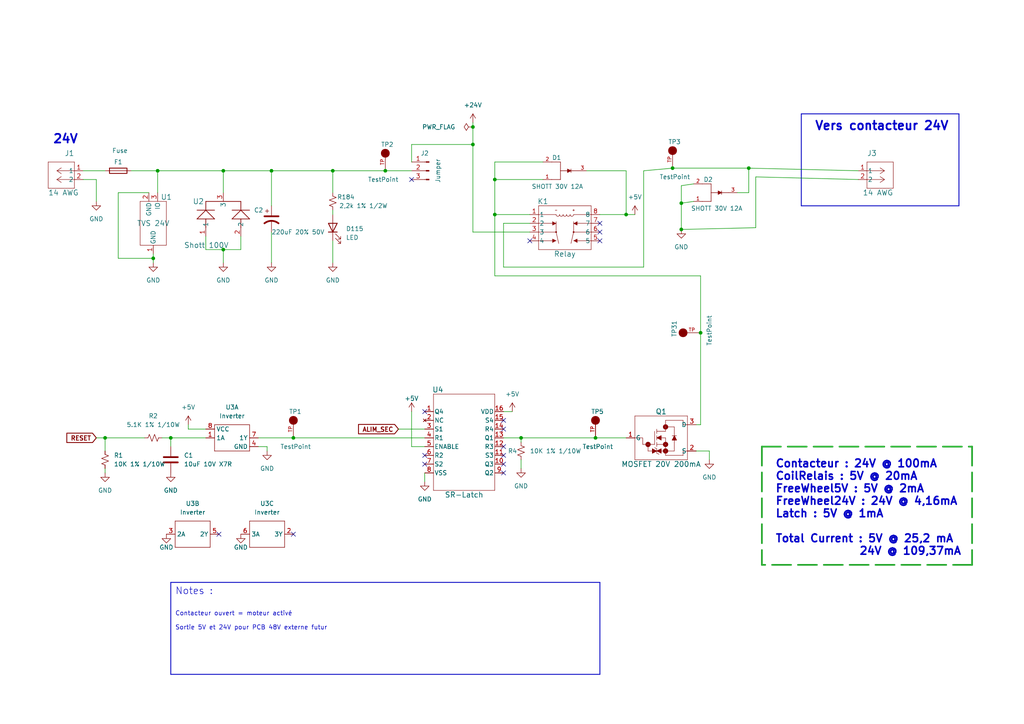
<source format=kicad_sch>
(kicad_sch (version 20211123) (generator eeschema)
  (paper "A4")
  (title_block (title "BUMBLEBEE") (date "2024-01-15") (rev "1.00") (company "ExoFlex") (comment 1 "Bumblebee"))
  (lib_symbols
    (symbol "Connector:Conn_01x03_Male" (pin_names (offset 1.016) hide)
      (property "Reference" "J" (at 0 5.08 0))
      (property "Value" "Conn_01x03_Male" (at 0 -5.08 0))
      (symbol "Conn_01x03_Male_1_1"
        (polyline (pts (xy 1.27 -2.54) (xy 0.8636 -2.54)) (stroke (width 0.1524)))
        (polyline (pts (xy 1.27 0) (xy 0.8636 0)) (stroke (width 0.1524)))
        (polyline (pts (xy 1.27 2.54) (xy 0.8636 2.54)) (stroke (width 0.1524)))
        (rectangle (start 0.8636 -2.413) (end 0 -2.667) (stroke (width 0.1524)) (fill (type outline)))
        (rectangle (start 0.8636 0.127) (end 0 -0.127) (stroke (width 0.1524)) (fill (type outline)))
        (rectangle (start 0.8636 2.667) (end 0 2.413) (stroke (width 0.1524)) (fill (type outline)))
        (pin passive line (at 5.08 2.54 180) (length 3.81) (name "Pin_1") (number "1"))
        (pin passive line (at 5.08 0 180) (length 3.81) (name "Pin_2") (number "2"))
        (pin passive line (at 5.08 -2.54 180) (length 3.81) (name "Pin_3") (number "3"))
      )
    )
    (symbol "Device:C" (pin_numbers hide) (pin_names (offset 0.254))
      (property "Reference" "C" (at 0.635 2.54 0))
      (property "Value" "C" (at 0.635 -2.54 0))
      (symbol "C_0_1"
        (polyline (pts (xy -2.032 -0.762) (xy 2.032 -0.762)) (stroke (width 0.508)))
        (polyline (pts (xy -2.032 0.762) (xy 2.032 0.762)) (stroke (width 0.508)))
      )
      (symbol "C_1_1"
        (pin passive line (at 0 3.81 270) (length 2.794) (name "~") (number "1"))
        (pin passive line (at 0 -3.81 90) (length 2.794) (name "~") (number "2"))
      )
    )
    (symbol "Device:C_Polarized_US" (pin_numbers hide) (pin_names (offset 0.254) hide)
      (property "Reference" "C" (at 0.635 2.54 0))
      (property "Value" "C_Polarized_US" (at 0.635 -2.54 0))
      (symbol "C_Polarized_US_0_1"
        (polyline (pts (xy -2.032 0.762) (xy 2.032 0.762)) (stroke (width 0.508)))
        (polyline (pts (xy -1.778 2.286) (xy -0.762 2.286)))
        (polyline (pts (xy -1.27 1.778) (xy -1.27 2.794)))
        (arc (start 2.032 -1.27) (mid 0 -0.5572) (end -2.032 -1.27) (stroke (width 0.508)))
      )
      (symbol "C_Polarized_US_1_1"
        (pin passive line (at 0 3.81 270) (length 2.794) (name "~") (number "1"))
        (pin passive line (at 0 -3.81 90) (length 3.302) (name "~") (number "2"))
      )
    )
    (symbol "Device:Fuse" (pin_numbers hide) (pin_names (offset 0))
      (property "Reference" "F" (at 2.032 0 90))
      (property "Value" "Fuse" (at -1.905 0 90))
      (symbol "Fuse_0_1"
        (rectangle (start -0.762 -2.54) (end 0.762 2.54) (stroke (width 0.254)))
        (polyline (pts (xy 0 2.54) (xy 0 -2.54)))
      )
      (symbol "Fuse_1_1"
        (pin passive line (at 0 3.81 270) (length 1.27) (name "~") (number "1"))
        (pin passive line (at 0 -3.81 90) (length 1.27) (name "~") (number "2"))
      )
    )
    (symbol "Device:LED" (pin_numbers hide) (pin_names (offset 1.016) hide)
      (property "Reference" "D" (at 0 2.54 0))
      (property "Value" "LED" (at 0 -2.54 0))
      (symbol "LED_0_1"
        (polyline (pts (xy -1.27 -1.27) (xy -1.27 1.27)) (stroke (width 0.254)))
        (polyline (pts (xy -1.27 0) (xy 1.27 0)))
        (polyline (pts (xy 1.27 -1.27) (xy 1.27 1.27) (xy -1.27 0) (xy 1.27 -1.27)) (stroke (width 0.254)))
        (polyline (pts (xy -3.048 -0.762) (xy -4.572 -2.286) (xy -3.81 -2.286) (xy -4.572 -2.286) (xy -4.572 -1.524)))
        (polyline (pts (xy -1.778 -0.762) (xy -3.302 -2.286) (xy -2.54 -2.286) (xy -3.302 -2.286) (xy -3.302 -1.524)))
      )
      (symbol "LED_1_1"
        (pin passive line (at -3.81 0 0) (length 2.54) (name "K") (number "1"))
        (pin passive line (at 3.81 0 180) (length 2.54) (name "A") (number "2"))
      )
    )
    (symbol "Device:R_Small_US" (pin_numbers hide) (pin_names (offset 0.254) hide)
      (property "Reference" "R" (at 0.762 0.508 0))
      (property "Value" "R_Small_US" (at 0.762 -1.016 0))
      (symbol "R_Small_US_1_1"
        (polyline (pts (xy 0 0) (xy 1.016 -0.381) (xy 0 -0.762) (xy -1.016 -1.143) (xy 0 -1.524)))
        (polyline (pts (xy 0 1.524) (xy 1.016 1.143) (xy 0 0.762) (xy -1.016 0.381) (xy 0 0)))
        (pin passive line (at 0 2.54 270) (length 1.016) (name "~") (number "1"))
        (pin passive line (at 0 -2.54 90) (length 1.016) (name "~") (number "2"))
      )
    )
    (symbol "SS12P2L-M3_86A_1" (pin_names (offset 1.016))
      (property "Reference" "D" (at -10.16 5.08 0))
      (property "Value" "SS12P2L-M3_86A_1" (at -10.16 -7.62 0))
      (symbol "SS12P2L-M3_86A_1_0_0"
        (polyline (pts (xy -2.54 -2.54) (xy -5.08 -2.54)) (stroke (width 0.1524)))
        (polyline (pts (xy -2.54 0) (xy -2.54 -2.54)) (stroke (width 0.1524)))
        (polyline (pts (xy -2.54 0) (xy -2.54 2.54)) (stroke (width 0.1524)))
        (polyline (pts (xy -2.54 0) (xy -0.508 0)) (stroke (width 0.1524)))
        (polyline (pts (xy -2.54 2.54) (xy -5.08 2.54)) (stroke (width 0.1524)))
        (polyline (pts (xy 0.508 -0.508) (xy 0.508 0.508)) (stroke (width 0.1524)))
        (polyline (pts (xy 0.508 0) (xy 2.54 0)) (stroke (width 0.1524)))
        (polyline (pts (xy -0.508 -0.508) (xy -0.508 0.508) (xy 0.508 0) (xy -0.508 -0.508)) (stroke (width 0.1524)) (fill (type outline)))
        (pin bidirectional line (at -7.62 -2.54 0) (length 2.54) (name "~") (number "1"))
        (pin bidirectional line (at -7.62 2.54 0) (length 2.54) (name "~") (number "2"))
        (pin bidirectional line (at 5.08 0 180) (length 2.54) (name "~") (number "3"))
      )
    )
    (symbol "SymLib:1729128" (pin_names (offset 0.254))
      (property "Reference" "J" (at 6.35 3.81 0))
      (property "Value" "1729128" (at 8.89 -6.35 0))
      (symbol "1729128_1_1"
        (polyline (pts (xy 5.08 -5.08) (xy 12.7 -5.08)) (stroke (width 0.127)))
        (polyline (pts (xy 5.08 2.54) (xy 5.08 -5.08)) (stroke (width 0.127)))
        (polyline (pts (xy 10.16 -2.54) (xy 5.08 -2.54)) (stroke (width 0.127)))
        (polyline (pts (xy 10.16 -2.54) (xy 8.89 -3.3867)) (stroke (width 0.127)))
        (polyline (pts (xy 10.16 -2.54) (xy 8.89 -1.6933)) (stroke (width 0.127)))
        (polyline (pts (xy 10.16 0) (xy 5.08 0)) (stroke (width 0.127)))
        (polyline (pts (xy 10.16 0) (xy 8.89 -0.8467)) (stroke (width 0.127)))
        (polyline (pts (xy 10.16 0) (xy 8.89 0.8467)) (stroke (width 0.127)))
        (polyline (pts (xy 12.7 -5.08) (xy 12.7 2.54)) (stroke (width 0.127)))
        (polyline (pts (xy 12.7 2.54) (xy 5.08 2.54)) (stroke (width 0.127)))
        (pin unspecified line (at 2.54 0 0) (length 2.54) (name "1") (number "1"))
        (pin unspecified line (at 2.54 -2.54 0) (length 2.54) (name "2") (number "2"))
      )
      (symbol "1729128_1_2"
        (polyline (pts (xy 5.08 -5.08) (xy 12.7 -5.08)) (stroke (width 0.127)))
        (polyline (pts (xy 5.08 2.54) (xy 5.08 -5.08)) (stroke (width 0.127)))
        (polyline (pts (xy 7.62 -2.54) (xy 5.08 -2.54)) (stroke (width 0.127)))
        (polyline (pts (xy 7.62 -2.54) (xy 8.89 -3.3867)) (stroke (width 0.127)))
        (polyline (pts (xy 7.62 -2.54) (xy 8.89 -1.6933)) (stroke (width 0.127)))
        (polyline (pts (xy 7.62 0) (xy 5.08 0)) (stroke (width 0.127)))
        (polyline (pts (xy 7.62 0) (xy 8.89 -0.8467)) (stroke (width 0.127)))
        (polyline (pts (xy 7.62 0) (xy 8.89 0.8467)) (stroke (width 0.127)))
        (polyline (pts (xy 12.7 -5.08) (xy 12.7 2.54)) (stroke (width 0.127)))
        (polyline (pts (xy 12.7 2.54) (xy 5.08 2.54)) (stroke (width 0.127)))
        (pin unspecified line (at 0 0 0) (length 5.08) (name "1") (number "1"))
        (pin unspecified line (at 0 -2.54 0) (length 5.08) (name "2") (number "2"))
      )
    )
    (symbol "SymLib:5005" (pin_names (offset 1.016))
      (property "Reference" "TP" (at -2.54 2.54 0))
      (property "Value" "5005" (at -2.54 -3.81 0))
      (symbol "5005_0_0"
        (circle (center 0 0) (radius 0.635) (stroke (width 1.27)))
        (pin passive line (at -5.08 0 0) (length 5.08) (name "~") (number "TP"))
      )
    )
    (symbol "SymLib:CD4044BPWR" (pin_names (offset 0.254))
      (property "Reference" "U" (at 8.89 6.35 0))
      (property "Value" "CD4044BPWR" (at 15.24 -24.13 0))
      (symbol "CD4044BPWR_0_1"
        (polyline (pts (xy 7.62 -22.86) (xy 25.4 -22.86)) (stroke (width 0.127)))
        (polyline (pts (xy 7.62 5.08) (xy 7.62 -22.86)) (stroke (width 0.127)))
        (polyline (pts (xy 25.4 -22.86) (xy 25.4 5.08)) (stroke (width 0.127)))
        (polyline (pts (xy 25.4 5.08) (xy 7.62 5.08)) (stroke (width 0.127)))
        (pin unspecified line (at 5.08 0 0) (length 2.54) (name "Q4") (number "1"))
        (pin unspecified line (at 27.94 -15.24 180) (length 2.54) (name "Q3") (number "10"))
        (pin unspecified line (at 27.94 -12.7 180) (length 2.54) (name "S3") (number "11"))
        (pin unspecified line (at 27.94 -10.16 180) (length 2.54) (name "R3") (number "12"))
        (pin unspecified line (at 27.94 -7.62 180) (length 2.54) (name "Q1") (number "13"))
        (pin unspecified line (at 27.94 -5.08 180) (length 2.54) (name "R4") (number "14"))
        (pin unspecified line (at 27.94 -2.54 180) (length 2.54) (name "S4") (number "15"))
        (pin bidirectional line (at 27.94 0 180) (length 2.54) (name "VDD") (number "16"))
        (pin no_connect line (at 5.08 -2.54 0) (length 2.54) (name "NC") (number "2"))
        (pin unspecified line (at 5.08 -5.08 0) (length 2.54) (name "S1") (number "3"))
        (pin unspecified line (at 5.08 -7.62 0) (length 2.54) (name "R1") (number "4"))
        (pin unspecified line (at 5.08 -10.16 0) (length 2.54) (name "ENABLE") (number "5"))
        (pin unspecified line (at 5.08 -12.7 0) (length 2.54) (name "R2") (number "6"))
        (pin unspecified line (at 5.08 -15.24 0) (length 2.54) (name "S2") (number "7"))
        (pin bidirectional line (at 5.08 -17.78 0) (length 2.54) (name "VSS") (number "8"))
        (pin unspecified line (at 27.94 -17.78 180) (length 2.54) (name "Q2") (number "9"))
      )
    )
    (symbol "SymLib:PTSM36ADBZR" (pin_names (offset 0.254))
      (property "Reference" "U" (at -5.08 5.08 0))
      (property "Value" "PTSM36ADBZR" (at 0 -5.08 0))
      (symbol "PTSM36ADBZR_0_1"
        (polyline (pts (xy -6.35 -3.81) (xy 6.35 -3.81)) (stroke (width 0.127)))
        (polyline (pts (xy -6.35 3.81) (xy -6.35 -3.81)) (stroke (width 0.127)))
        (polyline (pts (xy 6.35 -3.81) (xy 6.35 3.81)) (stroke (width 0.127)))
        (polyline (pts (xy 6.35 3.81) (xy -6.35 3.81)) (stroke (width 0.127)))
        (pin bidirectional line (at 8.89 0 180) (length 2.54) (name "GND") (number "1"))
        (pin bidirectional line (at -8.89 -1.27 0) (length 2.54) (name "GND") (number "2"))
        (pin bidirectional line (at -8.89 1.27 0) (length 2.54) (name "IO") (number "3"))
      )
    )
    (symbol "SymLib:RE1C002UNTCL" (pin_names (offset 0.254))
      (property "Reference" "Q1" (at 21.59 8.89 0))
      (property "Value" "RE1C002UNTCL" (at 21.59 -6.35 0))
      (symbol "RE1C002UNTCL_0_1"
        (polyline (pts (xy 13.97 -5.08) (xy 29.21 -5.08)) (stroke (width 0.127)))
        (polyline (pts (xy 13.97 7.62) (xy 13.97 -5.08)) (stroke (width 0.127)))
        (polyline (pts (xy 16.129 1.27) (xy 13.97 1.27)) (stroke (width 0.127)))
        (polyline (pts (xy 16.256 -0.635) (xy 16.256 1.27)) (stroke (width 0.127)))
        (polyline (pts (xy 17.78 -2.54) (xy 25.4 -2.54)) (stroke (width 0.127)))
        (polyline (pts (xy 17.78 -0.635) (xy 17.78 -2.54)) (stroke (width 0.127)))
        (polyline (pts (xy 19.05 -3.175) (xy 20.32 -2.54)) (stroke (width 0.127)))
        (polyline (pts (xy 19.05 -1.905) (xy 19.05 -3.175)) (stroke (width 0.127)))
        (polyline (pts (xy 19.685 -0.635) (xy 16.256 -0.635)) (stroke (width 0.127)))
        (polyline (pts (xy 19.685 3.175) (xy 19.685 -0.635)) (stroke (width 0.127)))
        (polyline (pts (xy 20.32 -3.175) (xy 20.955 -3.4925)) (stroke (width 0.127)))
        (polyline (pts (xy 20.32 -2.54) (xy 19.05 -1.905)) (stroke (width 0.127)))
        (polyline (pts (xy 20.32 -2.54) (xy 21.59 -1.905)) (stroke (width 0.127)))
        (polyline (pts (xy 20.32 -1.905) (xy 19.685 -1.5875)) (stroke (width 0.127)))
        (polyline (pts (xy 20.32 -1.905) (xy 20.32 -3.175)) (stroke (width 0.127)))
        (polyline (pts (xy 20.32 -0.635) (xy 22.86 -0.635)) (stroke (width 0.127)))
        (polyline (pts (xy 20.32 0) (xy 20.32 -1.27)) (stroke (width 0.127)))
        (polyline (pts (xy 20.32 1.27) (xy 21.59 1.905)) (stroke (width 0.127)))
        (polyline (pts (xy 20.32 1.905) (xy 20.32 0.635)) (stroke (width 0.127)))
        (polyline (pts (xy 20.32 2.54) (xy 20.32 3.81)) (stroke (width 0.127)))
        (polyline (pts (xy 20.32 3.175) (xy 22.86 3.175)) (stroke (width 0.127)))
        (polyline (pts (xy 21.59 -3.175) (xy 20.32 -2.54)) (stroke (width 0.127)))
        (polyline (pts (xy 21.59 -1.905) (xy 21.59 -3.175)) (stroke (width 0.127)))
        (polyline (pts (xy 21.59 0.635) (xy 20.32 1.27)) (stroke (width 0.127)))
        (polyline (pts (xy 21.59 1.905) (xy 21.59 0.635)) (stroke (width 0.127)))
        (polyline (pts (xy 22.86 1.27) (xy 20.32 1.27)) (stroke (width 0.127)))
        (polyline (pts (xy 22.86 1.27) (xy 22.86 -3.81)) (stroke (width 0.127)))
        (polyline (pts (xy 22.86 3.175) (xy 22.86 6.35)) (stroke (width 0.127)))
        (polyline (pts (xy 22.86 4.445) (xy 25.4 4.445)) (stroke (width 0.127)))
        (polyline (pts (xy 22.86 6.35) (xy 27.94 6.35)) (stroke (width 0.127)))
        (polyline (pts (xy 24.765 0.635) (xy 26.035 0.635)) (stroke (width 0.127)))
        (polyline (pts (xy 24.765 1.905) (xy 26.035 1.905)) (stroke (width 0.127)))
        (polyline (pts (xy 25.4 -2.54) (xy 25.4 4.445)) (stroke (width 0.127)))
        (polyline (pts (xy 25.4 1.905) (xy 24.765 0.635)) (stroke (width 0.127)))
        (polyline (pts (xy 26.035 0.635) (xy 25.4 1.905)) (stroke (width 0.127)))
        (polyline (pts (xy 27.94 -3.81) (xy 22.86 -3.81)) (stroke (width 0.127)))
        (polyline (pts (xy 27.94 -2.54) (xy 27.94 -3.81)) (stroke (width 0.127)))
        (polyline (pts (xy 27.94 5.08) (xy 29.21 5.08)) (stroke (width 0.127)))
        (polyline (pts (xy 27.94 6.35) (xy 27.94 5.08)) (stroke (width 0.127)))
        (polyline (pts (xy 29.21 -5.08) (xy 29.21 7.62)) (stroke (width 0.127)))
        (polyline (pts (xy 29.21 -2.54) (xy 27.94 -2.54)) (stroke (width 0.127)))
        (polyline (pts (xy 29.21 7.62) (xy 13.97 7.62)) (stroke (width 0.127)))
        (polyline (pts (xy 20.32 1.27) (xy 21.59 1.905) (xy 21.59 0.635)) (fill (type outline)))
        (polyline (pts (xy 24.765 0.635) (xy 26.035 0.635) (xy 25.4 1.905)) (fill (type outline)))
        (polyline (pts (xy 19.05 -1.905) (xy 19.05 -3.175) (xy 21.59 -1.905) (xy 21.59 -3.175)) (fill (type outline)))
        (circle (center 17.78 -0.635) (radius 0.127) (stroke (width 0.635)))
        (circle (center 22.86 -2.54) (radius 0.127) (stroke (width 0.635)))
        (circle (center 22.86 -0.635) (radius 0.127) (stroke (width 0.635)))
        (circle (center 22.86 4.445) (radius 0.127) (stroke (width 0.635)))
        (pin unspecified line (at 11.43 1.27 0) (length 2.54) (name "G") (number "1"))
        (pin unspecified line (at 31.75 -2.54 180) (length 2.54) (name "S") (number "2"))
        (pin unspecified line (at 31.75 5.08 180) (length 2.54) (name "D") (number "3"))
      )
    )
    (symbol "SymLib:SN74LVC3G14DCUT_V2"
      (property "Reference" "U" (at -3.81 5.08 0))
      (property "Value" "SN74LVC3G14DCUT_V2" (at 0 -5.08 0))
      (symbol "SN74LVC3G14DCUT_V2_0_1"
        (rectangle (start -5.08 -3.81) (end 5.08 -3.81))
        (rectangle (start -5.08 3.81) (end -5.08 -3.81))
        (rectangle (start -5.08 3.81) (end 5.08 3.81))
        (rectangle (start 5.08 3.81) (end 5.08 -3.81))
      )
      (symbol "SN74LVC3G14DCUT_V2_1_1"
        (pin bidirectional line (at -7.62 0 0) (length 2.54) (name "1A") (number "1"))
        (pin bidirectional line (at 7.62 -2.54 180) (length 2.54) (name "GND") (number "4"))
        (pin output line (at 7.62 0 180) (length 2.54) (name "1Y") (number "7"))
        (pin bidirectional line (at -7.62 2.54 0) (length 2.54) (name "VCC") (number "8"))
      )
      (symbol "SN74LVC3G14DCUT_V2_2_1"
        (pin bidirectional line (at -7.62 0 0) (length 2.54) (name "2A") (number "3"))
        (pin output line (at 7.62 0 180) (length 2.54) (name "2Y") (number "5"))
      )
      (symbol "SN74LVC3G14DCUT_V2_3_1"
        (pin output line (at 7.62 0 180) (length 2.54) (name "3Y") (number "2"))
        (pin bidirectional line (at -7.62 0 0) (length 2.54) (name "3A") (number "6"))
      )
    )
    (symbol "SymLib:SS12P2L-M3_86A" (pin_names (offset 1.016))
      (property "Reference" "D" (at -10.16 5.08 0))
      (property "Value" "SS12P2L-M3_86A" (at -10.16 -7.62 0))
      (symbol "SS12P2L-M3_86A_0_0"
        (polyline (pts (xy -2.54 -2.54) (xy -5.08 -2.54)) (stroke (width 0.1524)))
        (polyline (pts (xy -2.54 0) (xy -2.54 -2.54)) (stroke (width 0.1524)))
        (polyline (pts (xy -2.54 0) (xy -2.54 2.54)) (stroke (width 0.1524)))
        (polyline (pts (xy -2.54 0) (xy -0.508 0)) (stroke (width 0.1524)))
        (polyline (pts (xy -2.54 2.54) (xy -5.08 2.54)) (stroke (width 0.1524)))
        (polyline (pts (xy 0.508 -0.508) (xy 0.508 0.508)) (stroke (width 0.1524)))
        (polyline (pts (xy 0.508 0) (xy 2.54 0)) (stroke (width 0.1524)))
        (polyline (pts (xy -0.508 -0.508) (xy -0.508 0.508) (xy 0.508 0) (xy -0.508 -0.508)) (stroke (width 0.1524)) (fill (type outline)))
        (pin bidirectional line (at -7.62 -2.54 0) (length 2.54) (name "~") (number "1"))
        (pin bidirectional line (at -7.62 2.54 0) (length 2.54) (name "~") (number "2"))
        (pin bidirectional line (at 5.08 0 180) (length 2.54) (name "~") (number "3"))
      )
    )
    (symbol "SymLib:STPS20M100SG-TR" (pin_names (offset 0.254))
      (property "Reference" "U" (at 5.715 -15.24 0))
      (property "Value" "STPS20M100SG-TR" (at 5.715 -19.05 0))
      (symbol "STPS20M100SG-TR_0_1"
        (polyline (pts (xy 2.54 -10.16) (xy 5.08 -10.16)) (stroke (width 0.2032)))
        (polyline (pts (xy 2.54 0) (xy 5.08 0)) (stroke (width 0.2032)))
        (polyline (pts (xy 5.08 -12.7) (xy 5.08 -7.62)) (stroke (width 0.2032)))
        (polyline (pts (xy 5.08 -12.7) (xy 7.62 -10.16)) (stroke (width 0.2032)))
        (polyline (pts (xy 5.08 -7.62) (xy 7.62 -10.16)) (stroke (width 0.2032)))
        (polyline (pts (xy 5.08 -2.54) (xy 7.62 0)) (stroke (width 0.2032)))
        (polyline (pts (xy 5.08 2.54) (xy 5.08 -2.54)) (stroke (width 0.2032)))
        (polyline (pts (xy 5.08 2.54) (xy 7.62 0)) (stroke (width 0.2032)))
        (polyline (pts (xy 7.62 -12.7) (xy 7.62 -7.62)) (stroke (width 0.2032)))
        (polyline (pts (xy 7.62 2.54) (xy 7.62 -2.54)) (stroke (width 0.2032)))
        (polyline (pts (xy 10.16 -10.16) (xy 7.62 -10.16)) (stroke (width 0.2032)))
        (polyline (pts (xy 10.16 0) (xy 7.62 0)) (stroke (width 0.2032)))
        (polyline (pts (xy 10.16 0) (xy 10.16 -10.16)) (stroke (width 0.2032)))
        (pin unspecified line (at 0 0 0) (length 2.54) (name "1") (number "1"))
        (pin unspecified line (at 0 -10.16 0) (length 2.54) (name "2") (number "2"))
        (pin unspecified line (at 12.7 -5.08 180) (length 2.54) (name "3") (number "3"))
      )
    )
    (symbol "SymLib:UD2-5NU" (pin_names (offset 0.254))
      (property "Reference" "K" (at 8.89 3.81 0))
      (property "Value" "UD2-5NU" (at 12.7 -11.43 0))
      (symbol "UD2-5NU_0_1"
        (polyline (pts (xy 7.62 -10.16) (xy 22.86 -10.16)) (stroke (width 0.127)))
        (polyline (pts (xy 7.62 -7.62) (xy 12.192 -7.62)) (stroke (width 0.127)))
        (polyline (pts (xy 7.62 -5.08) (xy 12.7 -5.08)) (stroke (width 0.127)))
        (polyline (pts (xy 7.62 -2.54) (xy 12.192 -2.54)) (stroke (width 0.127)))
        (polyline (pts (xy 7.62 0) (xy 12.7 0)) (stroke (width 0.127)))
        (polyline (pts (xy 7.62 2.54) (xy 7.62 -10.16)) (stroke (width 0.127)))
        (polyline (pts (xy 12.446 1.27) (xy 12.954 1.27)) (stroke (width 0.127)))
        (polyline (pts (xy 12.7 -5.08) (xy 12.7 -2.032)) (stroke (width 0.127)))
        (polyline (pts (xy 12.7 -5.08) (xy 13.462 -8.382)) (stroke (width 0.127)))
        (polyline (pts (xy 17.526 1.27) (xy 18.034 1.27)) (stroke (width 0.127)))
        (polyline (pts (xy 17.78 -5.08) (xy 17.018 -8.382)) (stroke (width 0.127)))
        (polyline (pts (xy 17.78 -5.08) (xy 17.78 -2.032)) (stroke (width 0.127)))
        (polyline (pts (xy 17.78 0) (xy 22.86 0)) (stroke (width 0.127)))
        (polyline (pts (xy 17.78 1.524) (xy 17.78 1.016)) (stroke (width 0.127)))
        (polyline (pts (xy 22.86 -10.16) (xy 22.86 2.54)) (stroke (width 0.127)))
        (polyline (pts (xy 22.86 -7.62) (xy 18.288 -7.62)) (stroke (width 0.127)))
        (polyline (pts (xy 22.86 -5.08) (xy 17.78 -5.08)) (stroke (width 0.127)))
        (polyline (pts (xy 22.86 -2.54) (xy 18.288 -2.54)) (stroke (width 0.127)))
        (polyline (pts (xy 22.86 2.54) (xy 7.62 2.54)) (stroke (width 0.127)))
        (polyline (pts (xy 12.7 -7.62) (xy 11.684 -7.112) (xy 11.684 -8.128)) (fill (type outline)))
        (polyline (pts (xy 12.7 -2.54) (xy 11.684 -3.048) (xy 11.684 -2.032)) (fill (type outline)))
        (polyline (pts (xy 17.78 -7.62) (xy 18.796 -7.112) (xy 18.796 -8.128)) (fill (type outline)))
        (polyline (pts (xy 17.78 -2.54) (xy 18.796 -3.048) (xy 18.796 -2.032)) (fill (type outline)))
        (circle (center 12.7 -5.08) (radius 0.127) (stroke (width 0.254)))
        (arc (start 12.7 0) (mid 13.208 -0.508) (end 13.716 0) (stroke (width 0.127)))
        (arc (start 13.716 0) (mid 14.224 -0.508) (end 14.732 0) (stroke (width 0.127)))
        (arc (start 14.732 0) (mid 15.24 -0.508) (end 15.748 0) (stroke (width 0.127)))
        (arc (start 15.748 0) (mid 16.256 -0.508) (end 16.764 0) (stroke (width 0.127)))
        (arc (start 16.764 0) (mid 17.272 -0.508) (end 17.78 0) (stroke (width 0.127)))
        (circle (center 17.78 -5.08) (radius 0.127) (stroke (width 0.254)))
        (pin unspecified line (at 5.08 0 0) (length 2.54) (name "1") (number "1"))
        (pin bidirectional line (at 5.08 -2.54 0) (length 2.54) (name "2") (number "2"))
        (pin bidirectional line (at 5.08 -5.08 0) (length 2.54) (name "3") (number "3"))
        (pin bidirectional line (at 5.08 -7.62 0) (length 2.54) (name "4") (number "4"))
        (pin unspecified line (at 25.4 -7.62 180) (length 2.54) (name "5") (number "5"))
        (pin unspecified line (at 25.4 -5.08 180) (length 2.54) (name "6") (number "6"))
        (pin unspecified line (at 25.4 -2.54 180) (length 2.54) (name "7") (number "7"))
        (pin unspecified line (at 25.4 0 180) (length 2.54) (name "8") (number "8"))
      )
    )
    (symbol "power:+24V" (power) (pin_names (offset 0))
      (property "Value" "+24V" (at 0 3.556 0))
      (symbol "+24V_0_1"
        (polyline (pts (xy -0.762 1.27) (xy 0 2.54)))
        (polyline (pts (xy 0 0) (xy 0 2.54)))
        (polyline (pts (xy 0 2.54) (xy 0.762 1.27)))
      )
      (symbol "+24V_1_1"
        (pin power_in line (at 0 0 90) (length 0) hide (name "+24V") (number "1"))
      )
    )
    (symbol "power:+5V" (power) (pin_names (offset 0))
      (property "Value" "+5V" (at 0 3.556 0))
      (symbol "+5V_0_1"
        (polyline (pts (xy -0.762 1.27) (xy 0 2.54)))
        (polyline (pts (xy 0 0) (xy 0 2.54)))
        (polyline (pts (xy 0 2.54) (xy 0.762 1.27)))
      )
      (symbol "+5V_1_1"
        (pin power_in line (at 0 0 90) (length 0) hide (name "+5V") (number "1"))
      )
    )
    (symbol "power:GND" (power) (pin_names (offset 0))
      (property "Value" "GND" (at 0 -3.81 0))
      (symbol "GND_0_1"
        (polyline (pts (xy 0 0) (xy 0 -1.27) (xy 1.27 -1.27) (xy 0 -2.54) (xy -1.27 -1.27) (xy 0 -1.27)))
      )
      (symbol "GND_1_1"
        (pin power_in line (at 0 0 270) (length 0) hide (name "GND") (number "1"))
      )
    )
    (symbol "power:PWR_FLAG" (power) (pin_numbers hide) (pin_names (offset 0) hide)
      (property "Value" "PWR_FLAG" (at 0 3.81 0))
      (symbol "PWR_FLAG_0_0"
        (pin power_out line (at 0 0 90) (length 0) (name "pwr") (number "1"))
      )
      (symbol "PWR_FLAG_0_1"
        (polyline (pts (xy 0 0) (xy 0 1.27) (xy -1.016 1.905) (xy 0 2.54) (xy 1.016 1.905) (xy 0 1.27)))
      )
    )
  )
  (junction (at 64.77 72.39))
  (junction (at 44.45 74.93))
  (junction (at 143.51 62.23))
  (junction (at 96.52 49.53))
  (junction (at 30.48 127))
  (junction (at 197.612 58.928))
  (junction (at 203.2 96.52))
  (junction (at 137.16 41.91))
  (junction (at 64.77 49.53))
  (junction (at 172.72 127))
  (junction (at 85.09 127))
  (junction (at 111.76 49.53))
  (junction (at 49.53 127))
  (junction (at 45.72 49.53))
  (junction (at 195.072 48.768))
  (junction (at 137.16 36.83))
  (junction (at 217.17 48.768))
  (junction (at 78.74 49.53))
  (junction (at 197.612 66.548))
  (junction (at 143.51 52.07))
  (junction (at 151.13 127))
  (junction (at 181.61 62.23))
  (no_connect (at 85.09 154.94))
  (no_connect (at 123.19 119.38))
  (no_connect (at 119.38 52.07))
  (no_connect (at 63.5 154.94))
  (no_connect (at 123.19 134.62))
  (no_connect (at 146.05 132.08))
  (no_connect (at 123.19 132.08))
  (no_connect (at 146.05 137.16))
  (no_connect (at 146.05 134.62))
  (no_connect (at 173.99 64.77))
  (no_connect (at 153.67 69.85))
  (no_connect (at 146.05 129.54))
  (no_connect (at 173.99 67.31))
  (no_connect (at 173.99 69.85))
  (no_connect (at 146.05 121.92))
  (no_connect (at 146.05 124.46))
  (wire (pts (xy 115.57 124.46) (xy 123.19 124.46)))
  (wire (pts (xy 197.612 58.928) (xy 197.612 66.548)))
  (wire (pts (xy 213.868 55.88) (xy 217.17 55.88)))
  (wire (pts (xy 85.09 127) (xy 123.19 127)))
  (polyline (pts (xy 278.13 59.69) (xy 232.41 59.69)) (stroke (width 0.25) (type solid)))
  (wire (pts (xy 45.72 55.88) (xy 45.72 49.53)))
  (wire (pts (xy 201.93 130.81) (xy 205.74 130.81)))
  (wire (pts (xy 77.47 130.81) (xy 77.47 129.54)))
  (wire (pts (xy 96.52 60.96) (xy 96.52 62.23)))
  (wire (pts (xy 143.51 62.23) (xy 143.51 80.01)))
  (wire (pts (xy 170.18 49.53) (xy 181.61 49.53)))
  (wire (pts (xy 157.48 52.07) (xy 143.51 52.07)))
  (wire (pts (xy 27.94 52.07) (xy 27.94 58.42)))
  (wire (pts (xy 64.77 55.88) (xy 64.77 49.53)))
  (wire (pts (xy 217.17 48.768) (xy 248.92 49.53)))
  (wire (pts (xy 186.69 49.53) (xy 195.072 48.768)))
  (wire (pts (xy 172.72 127) (xy 181.61 127)))
  (wire (pts (xy 30.48 135.89) (xy 30.48 137.16)))
  (wire (pts (xy 143.51 62.23) (xy 153.67 62.23)))
  (wire (pts (xy 59.69 68.58) (xy 59.69 72.39)))
  (wire (pts (xy 146.05 77.47) (xy 186.69 77.47)))
  (polyline (pts (xy 281.94 163.83) (xy 220.98 163.83)) (stroke (width 0.5) (type dash) (color 37 168 45 1)))
  (wire (pts (xy 30.48 127) (xy 41.91 127)))
  (wire (pts (xy 143.51 46.99) (xy 143.51 52.07)))
  (wire (pts (xy 45.72 49.53) (xy 38.1 49.53)))
  (polyline (pts (xy 220.98 129.54) (xy 281.94 129.54)) (stroke (width 0.5) (type dash) (color 37 168 45 1)))
  (wire (pts (xy 74.93 127) (xy 85.09 127)))
  (wire (pts (xy 197.612 53.848) (xy 197.612 58.928)))
  (wire (pts (xy 203.2 80.01) (xy 203.2 96.52)))
  (wire (pts (xy 205.74 130.81) (xy 205.74 133.35)))
  (wire (pts (xy 151.13 127) (xy 146.05 127)))
  (polyline (pts (xy 281.94 129.54) (xy 281.94 163.83)) (stroke (width 0.5) (type dash) (color 37 168 45 1)))
  (wire (pts (xy 34.29 55.88) (xy 34.29 74.93)))
  (polyline (pts (xy 49.53 168.91) (xy 173.99 168.91)) (stroke (width 0.25) (type solid)))
  (wire (pts (xy 219.202 66.04) (xy 197.612 66.548)))
  (wire (pts (xy 96.52 69.85) (xy 96.52 76.2)))
  (wire (pts (xy 78.74 67.31) (xy 78.74 76.2)))
  (wire (pts (xy 27.94 127) (xy 30.48 127)))
  (wire (pts (xy 217.17 55.88) (xy 217.17 48.768)))
  (wire (pts (xy 195.072 48.768) (xy 217.17 48.768)))
  (wire (pts (xy 111.76 49.53) (xy 119.38 49.53)))
  (wire (pts (xy 201.168 58.42) (xy 197.612 58.928)))
  (wire (pts (xy 49.53 127) (xy 49.53 129.54)))
  (wire (pts (xy 64.77 49.53) (xy 78.74 49.53)))
  (wire (pts (xy 96.52 49.53) (xy 96.52 55.88)))
  (wire (pts (xy 203.2 96.52) (xy 203.2 123.19)))
  (wire (pts (xy 151.13 133.35) (xy 151.13 135.89)))
  (wire (pts (xy 43.18 55.88) (xy 34.29 55.88)))
  (wire (pts (xy 203.2 123.19) (xy 201.93 123.19)))
  (wire (pts (xy 219.202 51.308) (xy 219.202 66.04)))
  (wire (pts (xy 78.74 49.53) (xy 96.52 49.53)))
  (wire (pts (xy 137.16 67.31) (xy 153.67 67.31)))
  (wire (pts (xy 137.16 36.83) (xy 137.16 41.91)))
  (wire (pts (xy 45.72 49.53) (xy 64.77 49.53)))
  (wire (pts (xy 119.38 129.54) (xy 119.38 119.38)))
  (polyline (pts (xy 232.41 33.02) (xy 278.13 33.02)) (stroke (width 0.25) (type solid)))
  (wire (pts (xy 219.202 51.308) (xy 248.92 52.07)))
  (wire (pts (xy 123.19 129.54) (xy 119.38 129.54)))
  (polyline (pts (xy 232.41 33.02) (xy 232.41 59.69)) (stroke (width 0.25) (type solid)))
  (wire (pts (xy 157.48 46.99) (xy 143.51 46.99)))
  (polyline (pts (xy 173.99 168.91) (xy 173.99 195.58)) (stroke (width 0.25) (type solid)))
  (polyline (pts (xy 49.53 168.91) (xy 49.53 195.58)) (stroke (width 0.25) (type solid)))
  (wire (pts (xy 49.53 127) (xy 59.69 127)))
  (wire (pts (xy 181.61 49.53) (xy 181.61 62.23)))
  (polyline (pts (xy 220.98 129.54) (xy 220.98 163.83)) (stroke (width 0.5) (type dash) (color 37 168 45 1)))
  (wire (pts (xy 123.19 137.16) (xy 123.19 139.7)))
  (wire (pts (xy 46.99 127) (xy 49.53 127)))
  (wire (pts (xy 151.13 127) (xy 151.13 128.27)))
  (wire (pts (xy 146.05 64.77) (xy 153.67 64.77)))
  (wire (pts (xy 143.51 80.01) (xy 203.2 80.01)))
  (wire (pts (xy 146.05 119.38) (xy 148.59 119.38)))
  (wire (pts (xy 34.29 74.93) (xy 44.45 74.93)))
  (wire (pts (xy 69.85 68.58) (xy 69.85 72.39)))
  (wire (pts (xy 59.69 72.39) (xy 64.77 72.39)))
  (wire (pts (xy 96.52 49.53) (xy 111.76 49.53)))
  (wire (pts (xy 78.74 59.69) (xy 78.74 49.53)))
  (wire (pts (xy 24.13 49.53) (xy 30.48 49.53)))
  (wire (pts (xy 146.05 64.77) (xy 146.05 77.47)))
  (wire (pts (xy 44.45 74.93) (xy 44.45 73.66)))
  (wire (pts (xy 137.16 41.91) (xy 137.16 67.31)))
  (wire (pts (xy 54.61 124.46) (xy 54.61 123.19)))
  (wire (pts (xy 77.47 129.54) (xy 74.93 129.54)))
  (wire (pts (xy 44.45 76.2) (xy 44.45 74.93)))
  (wire (pts (xy 137.16 35.56) (xy 137.16 36.83)))
  (wire (pts (xy 143.51 52.07) (xy 143.51 62.23)))
  (wire (pts (xy 64.77 76.2) (xy 64.77 72.39)))
  (wire (pts (xy 30.48 127) (xy 30.48 130.81)))
  (wire (pts (xy 186.69 77.47) (xy 186.69 49.53)))
  (wire (pts (xy 181.61 62.23) (xy 184.15 62.23)))
  (wire (pts (xy 69.85 72.39) (xy 64.77 72.39)))
  (wire (pts (xy 201.168 53.34) (xy 197.612 53.848)))
  (polyline (pts (xy 173.99 195.58) (xy 49.53 195.58)) (stroke (width 0.25) (type solid)))
  (wire (pts (xy 119.38 46.99) (xy 119.38 41.91)))
  (wire (pts (xy 24.13 52.07) (xy 27.94 52.07)))
  (wire (pts (xy 59.69 124.46) (xy 54.61 124.46)))
  (wire (pts (xy 119.38 41.91) (xy 137.16 41.91)))
  (wire (pts (xy 151.13 127) (xy 172.72 127)))
  (wire (pts (xy 173.99 62.23) (xy 181.61 62.23)))
  (polyline (pts (xy 278.13 33.02) (xy 278.13 59.69)) (stroke (width 0.25) (type solid)))
  (text "Contacteur ouvert = moteur activé\n\nSortie 5V et 24V pour PCB 48V externe futur\n" (at 50.8 182.88 0) (effects (font (size 1.27 1.27)) (justify left bottom)))
  (text "Notes :" (at 50.8 172.72 0) (effects (font (size 2 2)) (justify left bottom)))
  (text "24V" (at 15.24 41.91 0) (effects (font (size 2.5 2.5) (thickness 0.5) bold) (justify left bottom)))
  (text "Vers contacteur 24V" (at 236.22 38.1 0) (effects (font (size 2.5 2.5) (thickness 0.5) bold) (justify left bottom)))
  (text "Contacteur : 24V @ 100mA\nCoilRelais : 5V @ 20mA\nFreeWheel5V : 5V @ 2mA\nFreeWheel24V : 24V @ 4,16mA\nLatch : 5V @ 1mA\n\nTotal Current : 5V @ 25,2 mA\n		    24V @ 109,37mA" (at 224.79 161.29 0) (effects (font (size 2.25 2.25) (thickness 0.45) bold) (justify left bottom)))
  (global_label "ALIM_SEC" (shape input) (at 115.57 124.46 180) (effects (font (thickness 0.254) bold)) (property "Intersheet References" "${INTERSHEET_REFS}" (effects hide)))
  (global_label "RESET" (shape input) (at 27.94 127 180) (effects (font (thickness 0.254) bold)) (property "Intersheet References" "${INTERSHEET_REFS}" (effects hide)))
  (symbol (lib_id "power:GND") (at 49.53 137.16 0) (unit 1)
    (property "Reference" "#PWR04" (effects hide))
    (property "Value" "GND" (at 49.53 142.24 0))
  )
  (symbol (lib_id "power:+24V") (at 137.16 35.56 0) (unit 1)
    (property "Reference" "#PWR012" (effects hide))
    (property "Value" "+24V" (at 137.16 30.48 0))
  )
  (symbol (lib_id "power:GND") (at 69.85 154.94 0) (unit 1)
    (property "Reference" "#PWR031" (effects hide))
    (property "Value" "GND" (at 69.85 158.75 0))
  )
  (symbol (lib_id "Device:Fuse") (at 34.29 49.53 90) (unit 1)
    (property "Reference" "F1" (at 34.29 46.99 90))
    (property "Value" "Fuse" (at 34.798 43.688 90))
    (property "Footprint" "FootPrint:696108003002" (effects hide))
    (property "DESCRIPTION" "Fuse Block 20 A 250V 1 Circuit Cartridge Through Hole" (effects hide))
    (property "MANUFACTURER" "Würth Elektronik" (effects hide))
    (property "NOTES" "USE WITH 0034.1508" (effects hide))
    (property "PACKAGE" "5mm x 20mm" (effects hide))
    (property "PART NUMBER" "696108003002" (effects hide))
    (property "TYPE" "Through Hole" (effects hide))
  )
  (symbol (lib_id "SymLib:5005") (at 195.072 43.688 90) (unit 1)
    (property "Reference" "TP3" (at 193.802 41.148 90) (effects (justify right)))
    (property "Value" "TestPoint" (at 191.262 51.308 90) (effects (justify right)))
    (property "Footprint" "FootPrint:KEYSTONE_5005" (effects hide))
    (property "MF" "Keystone Electronics" (effects hide))
    (property "DESCRIPTION" "PC TEST POINT COMPACT RED" (effects hide))
    (property "PACKAGE" "0.125\" Dia x 0.220\" L " (effects hide))
    (property "PRICE" "None" (effects hide))
    (property "MP" "5005" (effects hide))
    (property "AVAILABILITY" "In Stock" (effects hide))
    (property "MANUFACTURER" "Keystone Electronics" (effects hide))
    (property "PART NUMBER" "5005" (effects hide))
    (property "TYPE" "Through Hole" (effects hide))
    (property "NOTES" "DO NOT POPULATE" (effects hide))
  )
  (symbol (lib_id "power:GND") (at 27.94 58.42 0) (unit 1)
    (property "Reference" "#PWR01" (effects hide))
    (property "Value" "GND" (at 27.94 63.5 0))
  )
  (symbol (lib_id "SymLib:CD4044BPWR") (at 118.11 119.38 0) (unit 1)
    (property "Reference" "U4" (at 127 113.03 0) (effects (font (size 1.524 1.524))))
    (property "Value" "SR-Latch" (at 134.62 143.51 0) (effects (font (size 1.524 1.524))))
    (property "Footprint" "FootPrint:CD4044BPWR" (effects hide))
    (property "Datasheet" "CD4044BPWR" (effects hide))
    (property "DESCRIPTION" "S-R Latch 4 Channel 1:1 IC Tri-State 16-TSSOP" (effects hide))
    (property "MANUFACTURER" "Texas Instruments" (effects hide))
    (property "PACKAGE" "16-TSSOP (0.173\", 4.40mm Width)" (effects hide))
    (property "PART NUMBER" "CD4044BPWR" (effects hide))
    (property "TYPE" "SMD" (effects hide))
  )
  (symbol (lib_id "SymLib:PTSM36ADBZR") (at 44.45 64.77 270) (unit 1)
    (property "Reference" "U1" (at 48.26 57.15 90) (effects (font (size 1.524 1.524))))
    (property "Value" "TVS 24V" (at 44.45 64.77 90) (effects (font (size 1.524 1.524))))
    (property "Footprint" "FootPrint:SOT-23-3_DBZ_TEX" (effects hide))
    (property "DESCRIPTION" "57V (Typ) Clamp 41A (8/20µs) Ipp Tvs Diode Surface Mount SOT-23-3" (effects hide))
    (property "MANUFACTURER" "Texas Instruments" (effects hide))
    (property "PACKAGE" "SOT-23-3" (effects hide))
    (property "PART NUMBER" "TSM36ADBZR" (effects hide))
    (property "TYPE" "SMD" (effects hide))
  )
  (symbol (lib_id "power:GND") (at 205.74 133.35 0) (unit 1)
    (property "Reference" "#PWR017" (effects hide))
    (property "Value" "GND" (at 205.74 138.43 0))
  )
  (symbol (lib_id "power:GND") (at 96.52 76.2 0) (unit 1)
    (property "Reference" "#PWR0160" (effects hide))
    (property "Value" "GND" (at 96.52 81.28 0))
  )
  (symbol (lib_id "SymLib:5005") (at 198.12 96.52 180) (unit 1)
    (property "Reference" "TP31" (at 195.58 97.79 90) (effects (justify right)))
    (property "Value" "TestPoint" (at 205.74 100.33 90) (effects (justify right)))
    (property "Footprint" "FootPrint:KEYSTONE_5005" (effects hide))
    (property "MF" "Keystone Electronics" (effects hide))
    (property "DESCRIPTION" "PC TEST POINT COMPACT RED" (effects hide))
    (property "PACKAGE" "0.125\" Dia x 0.220\" L " (effects hide))
    (property "PRICE" "None" (effects hide))
    (property "MP" "5005" (effects hide))
    (property "AVAILABILITY" "In Stock" (effects hide))
    (property "MANUFACTURER" "Keystone Electronics" (effects hide))
    (property "PART NUMBER" "5005" (effects hide))
    (property "TYPE" "Through Hole" (effects hide))
    (property "NOTES" "DO NOT POPULATE" (effects hide))
  )
  (symbol (lib_id "power:+5V") (at 119.38 119.38 0) (unit 1)
    (property "Reference" "#PWR010" (effects hide))
    (property "Value" "+5V" (at 119.38 115.57 0))
  )
  (symbol (lib_id "power:PWR_FLAG") (at 137.16 36.83 90) (unit 1)
    (property "Reference" "#FLG01" (effects hide))
    (property "Value" "PWR_FLAG" (at 132.08 36.83 90) (effects (justify left)))
  )
  (symbol (lib_id "SymLib:UD2-5NU") (at 148.59 62.23 0) (unit 1)
    (property "Reference" "K1" (at 157.48 58.42 0) (effects (font (size 1.524 1.524))))
    (property "Value" "Relay" (at 163.83 73.66 0) (effects (font (size 1.524 1.524))))
    (property "Footprint" "FootPrint:UD2_NU_KEM-L" (effects hide))
    (property "Datasheet" "UD2-5NU" (effects hide))
    (property "DESCRIPTION" "General Purpose Relay DPDT (2 Form C) Surface Mount" (effects hide))
    (property "MANUFACTURER" "KEMET" (effects hide))
    (property "PACKAGE" "DPDT (2 Form C)" (effects hide))
    (property "PART NUMBER" "UD2-5NU" (effects hide))
    (property "TYPE" "SMD" (effects hide))
  )
  (symbol (lib_id "Device:LED") (at 96.52 66.04 90) (unit 1)
    (property "Reference" "D115" (at 100.33 66.3574 90) (effects (justify right)))
    (property "Value" "LED" (at 100.33 68.8974 90) (effects (justify right)))
    (property "Footprint" "FootPrintLib:WL-SMCW_0603" (effects hide))
    (property "DESCRIPTION" "Red 625nm LED Indication - Discrete 2V 0603 (1608 Metric)" (effects hide))
    (property "MANUFACTURER" "Würth Elektronik" (effects hide))
    (property "PACKAGE" "0603 (1608 Metric)" (effects hide))
    (property "PART NUMBER" "150060RS75000" (effects hide))
    (property "TYPE" "SMD" (effects hide))
  )
  (symbol (lib_id "SymLib:SN74LVC3G14DCUT_V2") (at 77.47 154.94 0) (unit 3)
    (property "Reference" "U3" (at 77.47 146.05 0))
    (property "Value" "Inverter" (at 77.47 148.59 0))
    (property "Footprint" "FootPrint:SN74LVC3G14DCUT" (effects hide))
    (property "DESCRIPTION" "Inverter IC 3 Channel Schmitt Trigger 8-VSSOP" (effects hide))
    (property "MANUFACTURER" "Texas Instruments" (effects hide))
    (property "PACKAGE" "8-VFSOP (0.091\", 2.30mm Width)" (effects hide))
    (property "PART NUMBER" "SN74LVC3G14DCUT" (effects hide))
    (property "TYPE" "SMD" (effects hide))
  )
  (symbol (lib_id "SymLib:1729128") (at 246.38 49.53 0) (unit 1)
    (property "Reference" "J3" (at 251.46 44.45 0) (effects (font (size 1.524 1.524)) (justify left)))
    (property "Value" "14 AWG" (at 250.19 55.88 0) (effects (font (size 1.524 1.524)) (justify left)))
    (property "Footprint" "FootPrintLib:PHOENIX_1755736" (effects hide))
    (property "Datasheet" "1755736" (effects hide))
    (property "DESCRIPTION" "2 Position Terminal Block Header, Male Pins, Shrouded (4 Side) 0.200\" (5.08mm) Vertical Through Hole" (effects hide))
    (property "MANUFACTURER" "Phoenix Contact" (effects hide))
    (property "PACKAGE" "2 POS 0.200\" (5.08mm)" (effects hide))
    (property "PART NUMBER" "1755736" (effects hide))
    (property "TYPE" "Through Hole" (effects hide))
  )
  (symbol (lib_id "SymLib:SN74LVC3G14DCUT_V2") (at 67.31 127 0) (unit 1)
    (property "Reference" "U3" (at 67.31 118.11 0))
    (property "Value" "Inverter" (at 67.31 120.65 0))
    (property "Footprint" "FootPrint:SN74LVC3G14DCUT" (effects hide))
    (property "DESCRIPTION" "Inverter IC 3 Channel Schmitt Trigger 8-VSSOP" (effects hide))
    (property "MANUFACTURER" "Texas Instruments" (effects hide))
    (property "PACKAGE" "8-VFSOP (0.091\", 2.30mm Width)" (effects hide))
    (property "PART NUMBER" "SN74LVC3G14DCUT" (effects hide))
    (property "TYPE" "SMD" (effects hide))
  )
  (symbol (lib_id "power:+5V") (at 148.59 119.38 0) (unit 1)
    (property "Reference" "#PWR013" (effects hide))
    (property "Value" "+5V" (at 148.59 114.3 0))
  )
  (symbol (lib_id "SymLib:SS12P2L-M3_86A") (at 208.788 55.88 0) (unit 1)
    (property "Reference" "D2" (at 206.756 52.07 0) (effects (justify right)))
    (property "Value" "SHOTT 30V 12A" (at 215.392 60.452 0) (effects (justify right)))
    (property "Footprint" "FootPrint:DIO_SS12P2L-M3_86A" (effects hide))
    (property "STANDARD" "Manufacturer Recommendations" (effects hide))
    (property "MANUFACTURER" "Vishay General Semiconductor - Diodes Division" (effects hide))
    (property "PACKAGE" "TO-277, 3-PowerDFN" (effects hide))
    (property "PART NUMBER" "SS12P3L-M3/86A" (effects hide))
    (property "TYPE" "SMD" (effects hide))
    (property "DESCRIPTION" "Diode 30 V 12A Surface Mount TO-277A (SMPC)" (effects hide))
  )
  (symbol (lib_id "Device:R_Small_US") (at 96.52 58.42 180) (unit 1)
    (property "Reference" "R184" (at 100.33 57.15 0))
    (property "Value" "2,2k 1% 1/2W" (at 105.41 59.69 0))
    (property "Footprint" "Resistor_SMD:R_0805_2012Metric" (effects hide))
    (property "MANUFACTURER" "Panasonic Electronic Components" (effects hide))
    (property "PACKAGE" "0805 (2012 Metric)" (effects hide))
    (property "PART NUMBER" "ERJ-P06F2201V" (effects hide))
    (property "TYPE" "SMD" (effects hide))
    (property "DESCRIPTION" "2.2 kOhms ±1% 0.5W, 1/2W Chip Resistor 0805 (2012 Metric) Automotive AEC-Q200, Pulse Withstanding Thick Film" (effects hide))
  )
  (symbol (lib_id "power:GND") (at 64.77 76.2 0) (unit 1)
    (property "Reference" "#PWR06" (effects hide))
    (property "Value" "GND" (at 64.77 81.28 0))
  )
  (symbol (lib_id "SymLib:1729128") (at 26.67 49.53 0) (mirror y) (unit 1)
    (property "Reference" "J1" (at 21.59 44.45 0) (effects (font (size 1.524 1.524)) (justify left)))
    (property "Value" "14 AWG" (at 22.86 55.88 0) (effects (font (size 1.524 1.524)) (justify left)))
    (property "Footprint" "FootPrintLib:PHOENIX_1755736" (effects hide))
    (property "Datasheet" "1755736" (effects hide))
    (property "DESCRIPTION" "2 Position Terminal Block Header, Male Pins, Shrouded (4 Side) 0.200\" (5.08mm) Vertical Through Hole" (effects hide))
    (property "MANUFACTURER" "Phoenix Contact" (effects hide))
    (property "PACKAGE" "2 POS 0.200\" (5.08mm)" (effects hide))
    (property "PART NUMBER" "1755736" (effects hide))
    (property "TYPE" "Through Hole" (effects hide))
  )
  (symbol (lib_id "SymLib:RE1C002UNTCL") (at 170.18 128.27 0) (unit 1)
    (property "Reference" "Q1" (at 191.77 119.38 0) (effects (font (size 1.524 1.524))))
    (property "Value" "MOSFET 20V 200mA" (at 191.77 134.62 0) (effects (font (size 1.524 1.524))))
    (property "Footprint" "FootPrint:DIO_RB558WMF_ROM" (effects hide))
    (property "Datasheet" "RE1C002UNTCL" (effects hide))
    (property "MANUFACTURER" "Rohm Semiconductor" (effects hide))
    (property "PACKAGE" "SC-89, SOT 490" (effects hide))
    (property "PART NUMBER" "RE1C002UNTCL" (effects hide))
    (property "TYPE" "SMD" (effects hide))
    (property "DESCRIPTION" "N-Channel 20 V 200mA (Ta) 150mW (Ta) Surface Mount EMT3F (SOT-416FL)" (effects hide))
  )
  (symbol (lib_id "Device:R_Small_US") (at 30.48 133.35 0) (unit 1)
    (property "Reference" "R1" (at 33.02 132.0799 0) (effects (justify left)))
    (property "Value" "10K 1% 1/10W" (at 33.02 134.62 0) (effects (justify left)))
    (property "Footprint" "Resistor_SMD:R_0603_1608Metric" (effects hide))
    (property "MANUFACTURER" "Panasonic Electronic Components" (effects hide))
    (property "PART NUMBER" "ERJ-3EKF1002V" (effects hide))
    (property "PACKAGE" "0603 (1608 Metric)" (effects hide))
    (property "TYPE" "SMD" (effects hide))
    (property "DESCRIPTION" "10 kOhms ±1% 0.1W, 1/10W Chip Resistor 0603 (1608 Metric) Automotive AEC-Q200 Thick Film" (effects hide))
  )
  (symbol (lib_id "power:GND") (at 151.13 135.89 0) (unit 1)
    (property "Reference" "#PWR014" (effects hide))
    (property "Value" "GND" (at 151.13 140.97 0))
  )
  (symbol (lib_id "SymLib:5005") (at 111.76 44.45 90) (unit 1)
    (property "Reference" "TP2" (at 110.49 41.91 90) (effects (justify right)))
    (property "Value" "TestPoint" (at 106.68 52.07 90) (effects (justify right)))
    (property "Footprint" "FootPrint:KEYSTONE_5005" (effects hide))
    (property "MF" "Keystone Electronics" (effects hide))
    (property "DESCRIPTION" "PC TEST POINT COMPACT RED" (effects hide))
    (property "PACKAGE" "0.125\" Dia x 0.220\" L " (effects hide))
    (property "PRICE" "None" (effects hide))
    (property "MP" "5005" (effects hide))
    (property "AVAILABILITY" "In Stock" (effects hide))
    (property "MANUFACTURER" "Keystone Electronics" (effects hide))
    (property "PART NUMBER" "5005" (effects hide))
    (property "TYPE" "Through Hole" (effects hide))
    (property "NOTES" "DO NOT POPULATE" (effects hide))
  )
  (symbol (lib_id "power:+5V") (at 54.61 123.19 0) (unit 1)
    (property "Reference" "#PWR05" (effects hide))
    (property "Value" "+5V" (at 54.61 118.11 0))
  )
  (symbol (lib_id "SymLib:5005") (at 172.72 121.92 90) (unit 1)
    (property "Reference" "TP5" (at 171.45 119.38 90) (effects (justify right)))
    (property "Value" "TestPoint" (at 168.91 129.54 90) (effects (justify right)))
    (property "Footprint" "FootPrint:KEYSTONE_5005" (effects hide))
    (property "MF" "Keystone Electronics" (effects hide))
    (property "DESCRIPTION" "PC TEST POINT COMPACT RED" (effects hide))
    (property "PACKAGE" "0.125\" Dia x 0.220\" L " (effects hide))
    (property "PRICE" "None" (effects hide))
    (property "MP" "5005" (effects hide))
    (property "AVAILABILITY" "In Stock" (effects hide))
    (property "MANUFACTURER" "Keystone Electronics" (effects hide))
    (property "PART NUMBER" "5005" (effects hide))
    (property "TYPE" "Through Hole" (effects hide))
    (property "NOTES" "DO NOT POPULATE" (effects hide))
  )
  (symbol (lib_name "SS12P2L-M3_86A_1") (lib_id "SymLib:SS12P2L-M3_86A") (at 165.1 49.53 0) (unit 1)
    (property "Reference" "D1" (at 162.814 45.72 0) (effects (justify right)))
    (property "Value" "SHOTT 30V 12A" (at 169.164 54.102 0) (effects (justify right)))
    (property "Footprint" "FootPrint:DIO_SS12P2L-M3_86A" (effects hide))
    (property "STANDARD" "Manufacturer Recommendations" (effects hide))
    (property "MANUFACTURER" "Vishay General Semiconductor - Diodes Division" (effects hide))
    (property "PACKAGE" "TO-277, 3-PowerDFN" (effects hide))
    (property "PART NUMBER" "SS12P3L-M3/86A" (effects hide))
    (property "TYPE" "SMD" (effects hide))
    (property "DESCRIPTION" "Diode 30 V 12A Surface Mount TO-277A (SMPC)" (effects hide))
  )
  (symbol (lib_id "SymLib:SN74LVC3G14DCUT_V2") (at 55.88 154.94 0) (unit 2)
    (property "Reference" "U3" (at 55.88 146.05 0))
    (property "Value" "Inverter" (at 55.88 148.59 0))
    (property "Footprint" "FootPrint:SN74LVC3G14DCUT" (effects hide))
    (property "DESCRIPTION" "Inverter IC 3 Channel Schmitt Trigger 8-VSSOP" (effects hide))
    (property "MANUFACTURER" "Texas Instruments" (effects hide))
    (property "PACKAGE" "8-VFSOP (0.091\", 2.30mm Width)" (effects hide))
    (property "PART NUMBER" "SN74LVC3G14DCUT" (effects hide))
    (property "TYPE" "SMD" (effects hide))
  )
  (symbol (lib_id "SymLib:STPS20M100SG-TR") (at 59.69 68.58 90) (unit 1)
    (property "Reference" "U2" (at 55.88 58.42 90) (effects (font (size 1.524 1.524)) (justify right)))
    (property "Value" "Shott 100V" (at 53.34 71.12 90) (effects (font (size 1.524 1.524)) (justify right)))
    (property "Footprint" "FootPrint:D2PAK_STM" (effects hide))
    (property "Datasheet" "STPS20M100SG-TR" (effects hide))
    (property "DESCRIPTION" "Diode 100 V 20A Surface Mount D2PAK" (effects hide))
    (property "MANUFACTURER" "STMicroelectronics" (effects hide))
    (property "PACKAGE" "TO-263-3, D2PAK (2 Leads + Tab), TO-263AB" (effects hide))
    (property "PART NUMBER" "STPS20M100SG-TR" (effects hide))
    (property "TYPE" "SMD" (effects hide))
  )
  (symbol (lib_id "power:GND") (at 30.48 137.16 0) (unit 1)
    (property "Reference" "#PWR02" (effects hide))
    (property "Value" "GND" (at 30.48 142.24 0))
  )
  (symbol (lib_id "Connector:Conn_01x03_Male") (at 124.46 49.53 0) (mirror y) (unit 1)
    (property "Reference" "J2" (at 123.19 44.45 0))
    (property "Value" "Jumper" (at 127 49.53 90))
    (property "Footprint" "Connector_PinHeader_2.54mm:PinHeader_1x03_P2.54mm_Vertical" (effects hide))
    (property "DESCRIPTION" "CONN HEADER VERT 3POS 2.54MM" (effects hide))
    (property "MANUFACTURER" "Würth Elektronik" (effects hide))
    (property "PACKAGE" "Square 0.100\" (2.54mm)" (effects hide))
    (property "PART NUMBER" "61300311121" (effects hide))
    (property "TYPE" "Through Hole" (effects hide))
  )
  (symbol (lib_id "Device:R_Small_US") (at 151.13 130.81 0) (unit 1)
    (property "Reference" "R4" (at 147.32 130.81 0) (effects (justify left)))
    (property "Value" "10K 1% 1/10W" (at 153.67 130.81 0) (effects (justify left)))
    (property "Footprint" "Resistor_SMD:R_0603_1608Metric" (effects hide))
    (property "MANUFACTURER" "Panasonic Electronic Components" (effects hide))
    (property "PART NUMBER" "ERJ-3EKF1002V" (effects hide))
    (property "PACKAGE" "0603 (1608 Metric)" (effects hide))
    (property "TYPE" "SMD" (effects hide))
    (property "DESCRIPTION" "10 kOhms ±1% 0.1W, 1/10W Chip Resistor 0603 (1608 Metric) Automotive AEC-Q200 Thick Film" (effects hide))
  )
  (symbol (lib_id "power:GND") (at 78.74 76.2 0) (unit 1)
    (property "Reference" "#PWR08" (effects hide))
    (property "Value" "GND" (at 78.74 81.28 0))
  )
  (symbol (lib_id "SymLib:5005") (at 85.09 121.92 90) (unit 1)
    (property "Reference" "TP1" (at 83.82 119.38 90) (effects (justify right)))
    (property "Value" "TestPoint" (at 81.28 129.54 90) (effects (justify right)))
    (property "Footprint" "FootPrint:KEYSTONE_5005" (effects hide))
    (property "MF" "Keystone Electronics" (effects hide))
    (property "DESCRIPTION" "PC TEST POINT COMPACT RED" (effects hide))
    (property "PACKAGE" "0.125\" Dia x 0.220\" L " (effects hide))
    (property "PRICE" "None" (effects hide))
    (property "MP" "5005" (effects hide))
    (property "AVAILABILITY" "In Stock" (effects hide))
    (property "MANUFACTURER" "Keystone Electronics" (effects hide))
    (property "PART NUMBER" "5005" (effects hide))
    (property "TYPE" "Through Hole" (effects hide))
    (property "NOTES" "DO NOT POPULATE" (effects hide))
  )
  (symbol (lib_id "power:GND") (at 44.45 76.2 0) (unit 1)
    (property "Reference" "#PWR03" (effects hide))
    (property "Value" "GND" (at 44.45 81.28 0))
  )
  (symbol (lib_id "power:GND") (at 48.26 154.94 0) (unit 1)
    (property "Reference" "#PWR09" (effects hide))
    (property "Value" "GND" (at 48.26 158.75 0))
  )
  (symbol (lib_id "power:GND") (at 197.612 66.548 0) (unit 1)
    (property "Reference" "#PWR016" (effects hide))
    (property "Value" "GND" (at 197.612 71.628 0))
  )
  (symbol (lib_id "power:+5V") (at 184.15 62.23 0) (unit 1)
    (property "Reference" "#PWR015" (effects hide))
    (property "Value" "+5V" (at 184.15 57.15 0))
  )
  (symbol (lib_id "power:GND") (at 123.19 139.7 0) (unit 1)
    (property "Reference" "#PWR011" (effects hide))
    (property "Value" "GND" (at 123.19 144.78 0))
  )
  (symbol (lib_id "Device:R_Small_US") (at 44.45 127 90) (unit 1)
    (property "Reference" "R2" (at 44.45 120.65 90))
    (property "Value" "5.1K 1% 1/10W" (at 44.45 123.19 90))
    (property "Footprint" "Resistor_SMD:R_0603_1608Metric" (effects hide))
    (property "MANUFACTURER" "Panasonic Electronic Components" (effects hide))
    (property "PACKAGE" "0603 (1608 Metric)" (effects hide))
    (property "PART NUMBER" "ERJ-3EKF5101V" (effects hide))
    (property "TYPE" "SMD" (effects hide))
    (property "DESCRIPTION" "5.1 kOhms ±1% 0.1W, 1/10W Chip Resistor 0603 (1608 Metric) Automotive AEC-Q200 Thick Film" (effects hide))
  )
  (symbol (lib_id "Device:C") (at 49.53 133.35 0) (unit 1)
    (property "Reference" "C1" (at 53.34 132.0799 0) (effects (justify left)))
    (property "Value" "10uF 10V X7R" (at 53.34 134.6199 0) (effects (justify left)))
    (property "Footprint" "Capacitor_SMD:C_0805_2012Metric" (effects hide))
    (property "MANUFACTURER" "Murata Electronics" (effects hide))
    (property "PACKAGE" "0805 (2012 Metric)" (effects hide))
    (property "PART NUMBER" "GRM21BR71A106KA73L" (effects hide))
    (property "TYPE" "SMD" (effects hide))
    (property "DESCRIPTION" "10 µF ±10% 10V Ceramic Capacitor X7R 0805 (2012 Metric)" (effects hide))
  )
  (symbol (lib_id "power:GND") (at 77.47 130.81 0) (unit 1)
    (property "Reference" "#PWR07" (effects hide))
    (property "Value" "GND" (at 77.47 135.89 0))
  )
  (symbol (lib_id "Device:C_Polarized_US") (at 78.74 63.5 0) (unit 1)
    (property "Reference" "C2" (at 73.66 60.96 0) (effects (justify left)))
    (property "Value" "220uF 20% 50V" (at 78.74 67.31 0) (effects (justify left)))
    (property "Footprint" "FootPrint:CAP_EEHZS1H221P" (effects hide))
    (property "MANUFACTURER" "Panasonic Electronic Components" (effects hide))
    (property "PACKAGE" "Radial, Can" (effects hide))
    (property "PART NUMBER" "EEH-ZS1H221P" (effects hide))
    (property "TYPE" "SMD" (effects hide))
    (property "DESCRIPTION" "220 µF 50 V Aluminum - Polymer Capacitors Radial, Can - SMD 13mOhm 4000 Hrs @ 125°C" (effects hide))
  )
)
</source>
